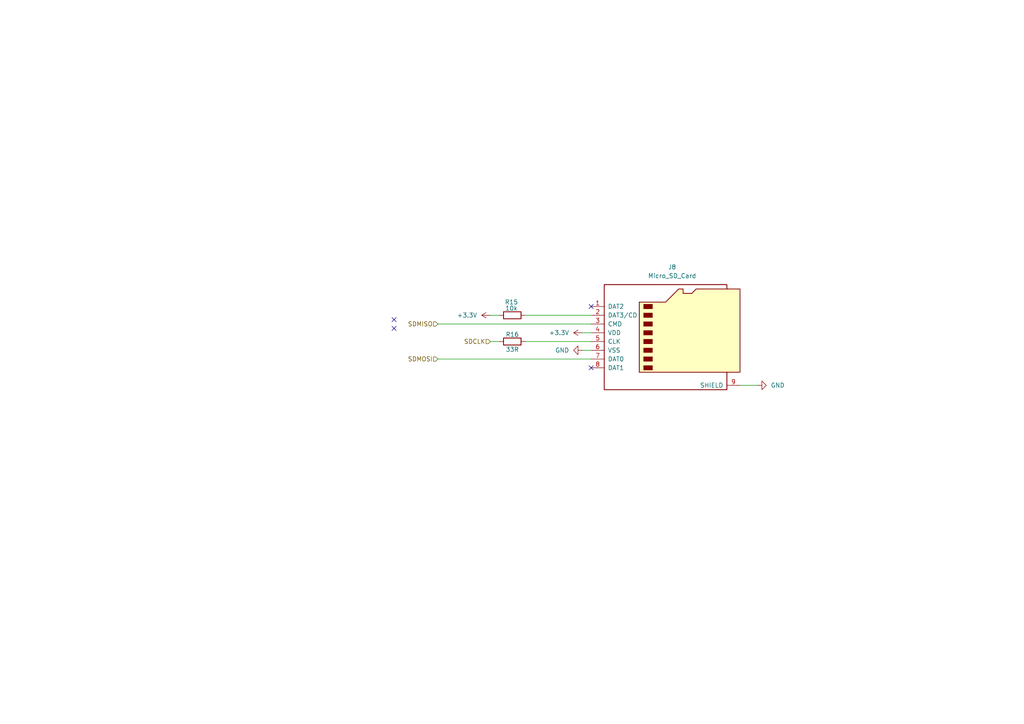
<source format=kicad_sch>
(kicad_sch (version 20250114) (generator "eeschema") (generator_version "9.0")
  (paper "A4")
  (lib_symbols
    (symbol "Connector:Micro_SD_Card" (pin_names (offset 1.016))
      (property "Reference" "J" (at -16.51 15.24 0))
      (property "Value" "Micro_SD_Card" (at 16.51 15.24 0))
      (symbol "Micro_SD_Card_0_1"
        (polyline (pts (xy -8.89 -11.43) (xy -8.89 8.89) (xy -1.27 8.89) (xy 2.54 12.7) (xy 3.81 12.7) (xy 3.81 11.43) (xy 6.35 11.43) (xy 7.62 12.7) (xy 20.32 12.7) (xy 20.32 -11.43) (xy -8.89 -11.43)) (stroke (width 0.254)) (fill (type background)))
        (rectangle (start -7.62 8.255) (end -5.08 6.985) (fill (type outline)))
        (rectangle (start -7.62 5.715) (end -5.08 4.445) (fill (type outline)))
        (rectangle (start -7.62 3.175) (end -5.08 1.905) (fill (type outline)))
        (rectangle (start -7.62 0.635) (end -5.08 -0.635) (fill (type outline)))
        (rectangle (start -7.62 -1.905) (end -5.08 -3.175) (fill (type outline)))
        (rectangle (start -7.62 -4.445) (end -5.08 -5.715) (fill (type outline)))
        (rectangle (start -7.62 -6.985) (end -5.08 -8.255) (fill (type outline)))
        (rectangle (start -7.62 -9.525) (end -5.08 -10.795) (fill (type outline)))
        (polyline (pts (xy 16.51 12.7) (xy 16.51 13.97) (xy -19.05 13.97) (xy -19.05 -16.51) (xy 16.51 -16.51) (xy 16.51 -11.43)) (stroke (width 0.254)))
      )
      (symbol "Micro_SD_Card_1_1"
        (pin bidirectional line (at -22.86 7.62 0) (length 3.81) (name "DAT2") (number "1"))
        (pin bidirectional line (at -22.86 5.08 0) (length 3.81) (name "DAT3/CD") (number "2"))
        (pin input line (at -22.86 2.54 0) (length 3.81) (name "CMD") (number "3"))
        (pin power_in line (at -22.86 0 0) (length 3.81) (name "VDD") (number "4"))
        (pin input line (at -22.86 -2.54 0) (length 3.81) (name "CLK") (number "5"))
        (pin power_in line (at -22.86 -5.08 0) (length 3.81) (name "VSS") (number "6"))
        (pin bidirectional line (at -22.86 -7.62 0) (length 3.81) (name "DAT0") (number "7"))
        (pin bidirectional line (at -22.86 -10.16 0) (length 3.81) (name "DAT1") (number "8"))
        (pin passive line (at 20.32 -15.24 180) (length 3.81) (name "SHIELD") (number "9"))
      )
    )
    (symbol "Device:R" (pin_numbers (hide yes)) (pin_names (offset 0))
      (property "Reference" "R" (at 2.032 0 90))
      (property "Value" "R" (at 0 0 90))
      (symbol "R_0_1"
        (rectangle (start -1.016 -2.54) (end 1.016 2.54) (stroke (width 0.254)))
      )
      (symbol "R_1_1"
        (pin passive line (at 0 3.81 270) (length 1.27) (name "~") (number "1"))
        (pin passive line (at 0 -3.81 90) (length 1.27) (name "~") (number "2"))
      )
    )
    (symbol "power:+3.3V" (power) (pin_numbers (hide yes)) (pin_names (offset 0) (hide yes))
      (property "Value" "+3.3V" (at 0 3.556 0))
      (symbol "+3.3V_0_1"
        (polyline (pts (xy -0.762 1.27) (xy 0 2.54)))
        (polyline (pts (xy 0 2.54) (xy 0.762 1.27)))
        (polyline (pts (xy 0 0) (xy 0 2.54)))
      )
      (symbol "+3.3V_1_1"
        (pin power_in line (at 0 0 90) (length 0) (name "~") (number "1"))
      )
    )
    (symbol "power:GND" (power) (pin_numbers (hide yes)) (pin_names (offset 0) (hide yes))
      (property "Value" "GND" (at 0 -3.81 0))
      (symbol "GND_0_1"
        (polyline (pts (xy 0 0) (xy 0 -1.27) (xy 1.27 -1.27) (xy 0 -2.54) (xy -1.27 -1.27) (xy 0 -1.27)))
      )
      (symbol "GND_1_1"
        (pin power_in line (at 0 0 270) (length 0) (name "~") (number "1"))
      )
    )
  )
  (no_connect (at 171.45 88.9))
  (no_connect (at 114.3 95.25))
  (no_connect (at 114.3 92.71))
  (no_connect (at 171.45 106.68))
  (wire (pts (xy 142.24 99.06) (xy 144.78 99.06)))
  (wire (pts (xy 127 104.14) (xy 171.45 104.14)))
  (wire (pts (xy 168.91 101.6) (xy 171.45 101.6)))
  (wire (pts (xy 127 93.98) (xy 171.45 93.98)))
  (wire (pts (xy 152.4 91.44) (xy 171.45 91.44)))
  (wire (pts (xy 142.24 91.44) (xy 144.78 91.44)))
  (wire (pts (xy 219.71 111.76) (xy 214.63 111.76)))
  (wire (pts (xy 168.91 96.52) (xy 171.45 96.52)))
  (wire (pts (xy 152.4 99.06) (xy 171.45 99.06)))
  (hierarchical_label "SDCLK" (shape input) (at 142.24 99.06 180))
  (hierarchical_label "SDMISO" (shape input) (at 127 93.98 180))
  (hierarchical_label "SDMOSI" (shape input) (at 127 104.14 180))
  (symbol (lib_id "power:+3.3V") (at 168.91 96.52 90) (unit 1)
    (property "Reference" "#PWR070" (effects (hide yes)))
    (property "Value" "+3.3V" (at 165.1 96.5199 90) (effects (justify left)))
    (property "Description" "Power symbol creates a global label with name \"+3.3V\"" (effects (hide yes)))
  )
  (symbol (lib_id "power:GND") (at 219.71 111.76 90) (unit 1)
    (property "Reference" "#PWR072" (effects (hide yes)))
    (property "Value" "GND" (at 223.52 111.7599 90) (effects (justify right)))
    (property "Description" "Power symbol creates a global label with name \"GND\" , ground" (effects (hide yes)))
  )
  (symbol (lib_id "Device:R") (at 148.59 91.44 90) (unit 1)
    (property "Reference" "R15" (at 148.336 87.63 90))
    (property "Value" "10k" (at 148.336 89.408 90))
    (property "Footprint" "Resistor_SMD:R_0805_2012Metric_Pad1.20x1.40mm_HandSolder" (effects (hide yes)))
    (property "Description" "Resistor" (effects (hide yes)))
    (property "LCSC Part" "C84376" (effects (hide yes)))
  )
  (symbol (lib_id "Device:R") (at 148.59 99.06 90) (unit 1)
    (property "Reference" "R16" (at 148.59 97.028 90))
    (property "Value" "33R" (at 148.59 101.346 90))
    (property "Footprint" "Resistor_SMD:R_0805_2012Metric_Pad1.20x1.40mm_HandSolder" (effects (hide yes)))
    (property "Description" "Resistor" (effects (hide yes)))
    (property "LCSC Part" "C17557" (effects (hide yes)))
  )
  (symbol (lib_id "power:GND") (at 168.91 101.6 270) (unit 1)
    (property "Reference" "#PWR071" (effects (hide yes)))
    (property "Value" "GND" (at 165.1 101.5999 90) (effects (justify right)))
    (property "Description" "Power symbol creates a global label with name \"GND\" , ground" (effects (hide yes)))
  )
  (symbol (lib_id "Connector:Micro_SD_Card") (at 194.31 96.52 0) (unit 1)
    (property "Reference" "J8" (at 194.945 77.47 0))
    (property "Value" "Micro_SD_Card" (at 194.945 80.01 0))
    (property "Footprint" "Connector_Card:microSD_HC_Molex_47219-2001" (effects (hide yes)))
    (property "Datasheet" "https://www.we-online.com/components/products/datasheet/693072010801.pdf" (effects (hide yes)))
    (property "Description" "Micro SD Card Socket" (effects (hide yes)))
    (property "LCSC Part" "C164170" (effects (hide yes)))
  )
  (symbol (lib_id "power:+3.3V") (at 142.24 91.44 90) (unit 1)
    (property "Reference" "#PWR069" (effects (hide yes)))
    (property "Value" "+3.3V" (at 138.43 91.4399 90) (effects (justify left)))
    (property "Description" "Power symbol creates a global label with name \"+3.3V\"" (effects (hide yes)))
  )
)
</source>
